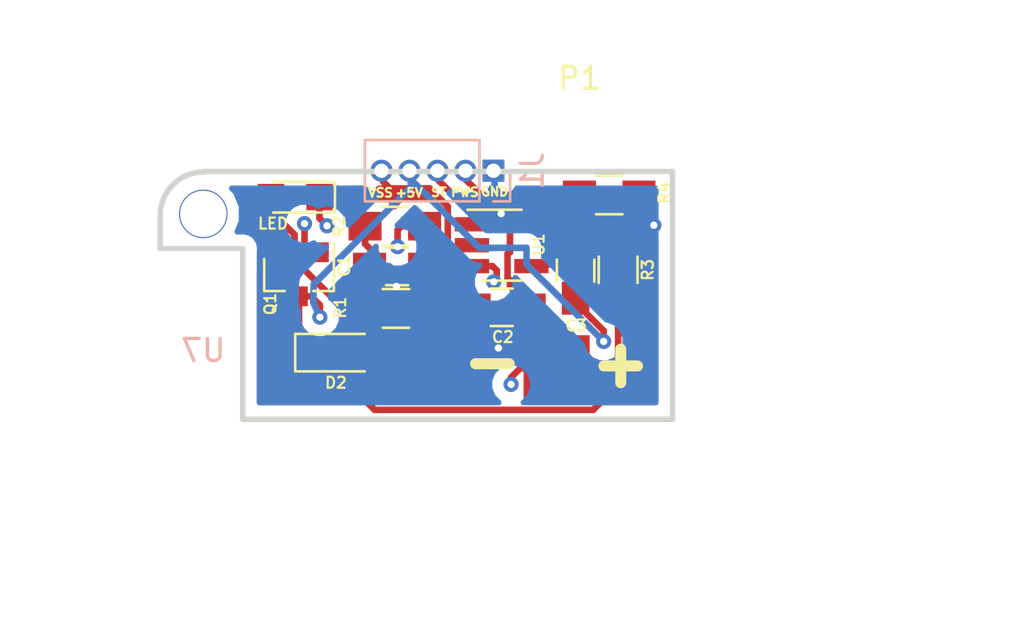
<source format=kicad_pcb>
(kicad_pcb (version 20171130) (host pcbnew "(5.0.1)-4")

  (general
    (thickness 1.6002)
    (drawings 12)
    (tracks 134)
    (zones 0)
    (modules 14)
    (nets 9)
  )

  (page A4)
  (layers
    (0 F.Cu signal)
    (1 In1.Cu signal)
    (2 In2.Cu signal)
    (31 B.Cu signal)
    (32 B.Adhes user)
    (33 F.Adhes user)
    (34 B.Paste user)
    (35 F.Paste user)
    (36 B.SilkS user)
    (37 F.SilkS user)
    (38 B.Mask user)
    (39 F.Mask user)
    (40 Dwgs.User user)
    (41 Cmts.User user)
    (42 Eco1.User user)
    (43 Eco2.User user)
    (44 Edge.Cuts user)
    (45 Margin user)
    (46 B.CrtYd user)
    (47 F.CrtYd user)
    (48 B.Fab user)
    (49 F.Fab user)
  )

  (setup
    (last_trace_width 0.3)
    (user_trace_width 0.1524)
    (user_trace_width 0.2)
    (user_trace_width 0.3)
    (user_trace_width 0.4)
    (trace_clearance 0.1524)
    (zone_clearance 0.508)
    (zone_45_only no)
    (trace_min 0.1524)
    (segment_width 0.2)
    (edge_width 0.254)
    (via_size 0.6858)
    (via_drill 0.3302)
    (via_min_size 0.6858)
    (via_min_drill 0.3302)
    (uvia_size 0.762)
    (uvia_drill 0.508)
    (uvias_allowed no)
    (uvia_min_size 0.508)
    (uvia_min_drill 0.127)
    (pcb_text_width 0.3)
    (pcb_text_size 1.5 1.5)
    (mod_edge_width 0.15)
    (mod_text_size 1 1)
    (mod_text_width 0.15)
    (pad_size 2.2 2.2)
    (pad_drill 2.1)
    (pad_to_mask_clearance 0)
    (solder_mask_min_width 0.25)
    (aux_axis_origin 0 0)
    (visible_elements 7FFFFFBF)
    (pcbplotparams
      (layerselection 0x010f0_ffffffff)
      (usegerberextensions true)
      (usegerberattributes false)
      (usegerberadvancedattributes false)
      (creategerberjobfile false)
      (excludeedgelayer true)
      (linewidth 0.100000)
      (plotframeref false)
      (viasonmask false)
      (mode 1)
      (useauxorigin false)
      (hpglpennumber 1)
      (hpglpenspeed 20)
      (hpglpendiameter 15.000000)
      (psnegative false)
      (psa4output false)
      (plotreference true)
      (plotvalue true)
      (plotinvisibletext false)
      (padsonsilk false)
      (subtractmaskfromsilk false)
      (outputformat 1)
      (mirror false)
      (drillshape 0)
      (scaleselection 1)
      (outputdirectory "plot/"))
  )

  (net 0 "")
  (net 1 "(GND)")
  (net 2 "Net-(C2-Pad1)")
  (net 3 "Net-(D1-Pad2)")
  (net 4 "Net-(R2-Pad1)")
  (net 5 VSS)
  (net 6 +5V)
  (net 7 STAT)
  (net 8 PWR_SENSE)

  (net_class Default "This is the default net class."
    (clearance 0.1524)
    (trace_width 0.1524)
    (via_dia 0.6858)
    (via_drill 0.3302)
    (uvia_dia 0.762)
    (uvia_drill 0.508)
    (add_net "(GND)")
    (add_net +5V)
    (add_net "Net-(C2-Pad1)")
    (add_net "Net-(D1-Pad2)")
    (add_net "Net-(R2-Pad1)")
    (add_net PWR_SENSE)
    (add_net STAT)
    (add_net VSS)
  )

  (module TO_SOT_Packages_SMD:SOT-23 (layer F.Cu) (tedit 5C27CED2) (tstamp 5C27C57B)
    (at 154.178 114.4524 270)
    (descr "SOT-23, Standard")
    (tags SOT-23)
    (path /5C2824E1)
    (attr smd)
    (fp_text reference Q1 (at 1.3476 1.303 270) (layer F.SilkS)
      (effects (font (size 0.5 0.5) (thickness 0.1)))
    )
    (fp_text value DMP1045U (at 13.8726 -0.097) (layer F.Fab)
      (effects (font (size 1 1) (thickness 0.15)))
    )
    (fp_line (start -0.7 -0.95) (end -0.7 1.5) (layer F.Fab) (width 0.1))
    (fp_line (start -0.15 -1.52) (end 0.7 -1.52) (layer F.Fab) (width 0.1))
    (fp_line (start -0.7 -0.95) (end -0.15 -1.52) (layer F.Fab) (width 0.1))
    (fp_line (start 0.7 -1.52) (end 0.7 1.52) (layer F.Fab) (width 0.1))
    (fp_line (start -0.7 1.52) (end 0.7 1.52) (layer F.Fab) (width 0.1))
    (fp_line (start 0.76 1.58) (end 0.76 0.65) (layer F.SilkS) (width 0.12))
    (fp_line (start 0.76 -1.58) (end 0.76 -0.65) (layer F.SilkS) (width 0.12))
    (fp_line (start -1.7 -1.75) (end 1.7 -1.75) (layer F.CrtYd) (width 0.05))
    (fp_line (start 1.7 -1.75) (end 1.7 1.75) (layer F.CrtYd) (width 0.05))
    (fp_line (start 1.7 1.75) (end -1.7 1.75) (layer F.CrtYd) (width 0.05))
    (fp_line (start -1.7 1.75) (end -1.7 -1.75) (layer F.CrtYd) (width 0.05))
    (fp_line (start 0.76 -1.58) (end -1.4 -1.58) (layer F.SilkS) (width 0.12))
    (fp_line (start 0.76 1.58) (end -0.7 1.58) (layer F.SilkS) (width 0.12))
    (pad 1 smd rect (at -1 -0.95 270) (size 0.9 0.8) (layers F.Cu F.Paste F.Mask)
      (net 2 "Net-(C2-Pad1)"))
    (pad 2 smd rect (at -1 0.95 270) (size 0.9 0.8) (layers F.Cu F.Paste F.Mask)
      (net 5 VSS))
    (pad 3 smd rect (at 1 0 270) (size 0.9 0.8) (layers F.Cu F.Paste F.Mask)
      (net 6 +5V))
    (model TO_SOT_Packages_SMD.3dshapes/SOT-23.wrl
      (at (xyz 0 0 0))
      (scale (xyz 1 1 1))
      (rotate (xyz 0 0 90))
    )
  )

  (module "my-fp-library:Battery Pads 3x3" (layer F.Cu) (tedit 5C27CFF5) (tstamp 5C26B270)
    (at 162.8648 118.7196 180)
    (path /5C2824CB)
    (fp_text reference P1 (at -4.0352 13.1696 180) (layer F.SilkS)
      (effects (font (size 1 1) (thickness 0.15)))
    )
    (fp_text value BATT (at 0 -7 180) (layer F.Fab)
      (effects (font (size 1 1) (thickness 0.15)))
    )
    (fp_text user - (at -0.0852 0.3446 180) (layer F.SilkS)
      (effects (font (size 2 2) (thickness 0.5)))
    )
    (fp_text user + (at -5.9102 0.2446 180) (layer F.SilkS)
      (effects (font (size 2 2) (thickness 0.5)))
    )
    (pad 2 smd rect (at 3 0 180) (size 3 3) (layers F.Cu F.Paste F.Mask)
      (net 1 "(GND)"))
    (pad 1 smd rect (at -3 0 180) (size 3 3) (layers F.Cu F.Paste F.Mask)
      (net 2 "Net-(C2-Pad1)"))
  )

  (module Capacitors_SMD:C_0805_HandSoldering (layer F.Cu) (tedit 5C27CCAA) (tstamp 5C279399)
    (at 158.6284 114.0968 180)
    (descr "Capacitor SMD 0805, hand soldering")
    (tags "capacitor 0805")
    (path /5C282486)
    (attr smd)
    (fp_text reference C1 (at 2.4034 0.0218 270) (layer F.SilkS)
      (effects (font (size 0.5 0.5) (thickness 0.1)))
    )
    (fp_text value 4.7uF (at 0.2784 8.2718 180) (layer F.Fab)
      (effects (font (size 1 1) (thickness 0.15)))
    )
    (fp_text user %R (at -13.6466 0.5218 180) (layer F.Fab)
      (effects (font (size 1 1) (thickness 0.15)))
    )
    (fp_line (start -1 0.62) (end -1 -0.62) (layer F.Fab) (width 0.1))
    (fp_line (start 1 0.62) (end -1 0.62) (layer F.Fab) (width 0.1))
    (fp_line (start 1 -0.62) (end 1 0.62) (layer F.Fab) (width 0.1))
    (fp_line (start -1 -0.62) (end 1 -0.62) (layer F.Fab) (width 0.1))
    (fp_line (start 0.5 -0.85) (end -0.5 -0.85) (layer F.SilkS) (width 0.12))
    (fp_line (start -0.5 0.85) (end 0.5 0.85) (layer F.SilkS) (width 0.12))
    (fp_line (start -2.25 -0.88) (end 2.25 -0.88) (layer F.CrtYd) (width 0.05))
    (fp_line (start -2.25 -0.88) (end -2.25 0.87) (layer F.CrtYd) (width 0.05))
    (fp_line (start 2.25 0.87) (end 2.25 -0.88) (layer F.CrtYd) (width 0.05))
    (fp_line (start 2.25 0.87) (end -2.25 0.87) (layer F.CrtYd) (width 0.05))
    (pad 1 smd rect (at -1.25 0 180) (size 1.5 1.25) (layers F.Cu F.Paste F.Mask)
      (net 5 VSS))
    (pad 2 smd rect (at 1.25 0 180) (size 1.5 1.25) (layers F.Cu F.Paste F.Mask)
      (net 1 "(GND)"))
    (model Capacitors_SMD.3dshapes/C_0805.wrl
      (at (xyz 0 0 0))
      (scale (xyz 1 1 1))
      (rotate (xyz 0 0 0))
    )
  )

  (module Capacitors_SMD:C_0805_HandSoldering (layer F.Cu) (tedit 5C27CF08) (tstamp 5C26B22B)
    (at 163.3728 115.95 180)
    (descr "Capacitor SMD 0805, hand soldering")
    (tags "capacitor 0805")
    (path /5C2824C2)
    (attr smd)
    (fp_text reference C2 (at -0.0522 -1.351 180) (layer F.SilkS)
      (effects (font (size 0.5 0.5) (thickness 0.1)))
    )
    (fp_text value 4.7uF (at -12.3772 4.974 180) (layer F.Fab)
      (effects (font (size 1 1) (thickness 0.15)))
    )
    (fp_line (start 2.25 0.87) (end -2.25 0.87) (layer F.CrtYd) (width 0.05))
    (fp_line (start 2.25 0.87) (end 2.25 -0.88) (layer F.CrtYd) (width 0.05))
    (fp_line (start -2.25 -0.88) (end -2.25 0.87) (layer F.CrtYd) (width 0.05))
    (fp_line (start -2.25 -0.88) (end 2.25 -0.88) (layer F.CrtYd) (width 0.05))
    (fp_line (start -0.5 0.85) (end 0.5 0.85) (layer F.SilkS) (width 0.12))
    (fp_line (start 0.5 -0.85) (end -0.5 -0.85) (layer F.SilkS) (width 0.12))
    (fp_line (start -1 -0.62) (end 1 -0.62) (layer F.Fab) (width 0.1))
    (fp_line (start 1 -0.62) (end 1 0.62) (layer F.Fab) (width 0.1))
    (fp_line (start 1 0.62) (end -1 0.62) (layer F.Fab) (width 0.1))
    (fp_line (start -1 0.62) (end -1 -0.62) (layer F.Fab) (width 0.1))
    (fp_text user %R (at -8.8522 -1.026 180) (layer F.Fab)
      (effects (font (size 1 1) (thickness 0.15)))
    )
    (pad 2 smd rect (at 1.25 0 180) (size 1.5 1.25) (layers F.Cu F.Paste F.Mask)
      (net 1 "(GND)"))
    (pad 1 smd rect (at -1.25 0 180) (size 1.5 1.25) (layers F.Cu F.Paste F.Mask)
      (net 2 "Net-(C2-Pad1)"))
    (model Capacitors_SMD.3dshapes/C_0805.wrl
      (at (xyz 0 0 0))
      (scale (xyz 1 1 1))
      (rotate (xyz 0 0 0))
    )
  )

  (module Capacitors_SMD:C_0805_HandSoldering (layer F.Cu) (tedit 5C27CC54) (tstamp 5C26B23C)
    (at 166.7256 114.2856 90)
    (descr "Capacitor SMD 0805, hand soldering")
    (tags "capacitor 0805")
    (path /5C2824EC)
    (attr smd)
    (fp_text reference C3 (at -2.4894 0.0244 180) (layer F.SilkS)
      (effects (font (size 0.5 0.5) (thickness 0.1)))
    )
    (fp_text value 1uF (at 1.0606 6.6994 90) (layer F.Fab)
      (effects (font (size 1 1) (thickness 0.15)))
    )
    (fp_text user %R (at 3.5856 6.0494 90) (layer F.Fab)
      (effects (font (size 1 1) (thickness 0.15)))
    )
    (fp_line (start -1 0.62) (end -1 -0.62) (layer F.Fab) (width 0.1))
    (fp_line (start 1 0.62) (end -1 0.62) (layer F.Fab) (width 0.1))
    (fp_line (start 1 -0.62) (end 1 0.62) (layer F.Fab) (width 0.1))
    (fp_line (start -1 -0.62) (end 1 -0.62) (layer F.Fab) (width 0.1))
    (fp_line (start 0.5 -0.85) (end -0.5 -0.85) (layer F.SilkS) (width 0.12))
    (fp_line (start -0.5 0.85) (end 0.5 0.85) (layer F.SilkS) (width 0.12))
    (fp_line (start -2.25 -0.88) (end 2.25 -0.88) (layer F.CrtYd) (width 0.05))
    (fp_line (start -2.25 -0.88) (end -2.25 0.87) (layer F.CrtYd) (width 0.05))
    (fp_line (start 2.25 0.87) (end 2.25 -0.88) (layer F.CrtYd) (width 0.05))
    (fp_line (start 2.25 0.87) (end -2.25 0.87) (layer F.CrtYd) (width 0.05))
    (pad 1 smd rect (at -1.25 0 90) (size 1.5 1.25) (layers F.Cu F.Paste F.Mask)
      (net 6 +5V))
    (pad 2 smd rect (at 1.25 0 90) (size 1.5 1.25) (layers F.Cu F.Paste F.Mask)
      (net 1 "(GND)"))
    (model Capacitors_SMD.3dshapes/C_0805.wrl
      (at (xyz 0 0 0))
      (scale (xyz 1 1 1))
      (rotate (xyz 0 0 0))
    )
  )

  (module LEDs:LED_0805 (layer F.Cu) (tedit 5C27CD1C) (tstamp 5C26B251)
    (at 154.008 110.9472 180)
    (descr "LED 0805 smd package")
    (tags "LED led 0805 SMD smd SMT smt smdled SMDLED smtled SMTLED")
    (path /5C28249D)
    (attr smd)
    (fp_text reference LED (at 1.008 -1.2028 180) (layer F.SilkS)
      (effects (font (size 0.5 0.5) (thickness 0.1)))
    )
    (fp_text value LED (at -7.717 6.7222) (layer F.Fab)
      (effects (font (size 1 1) (thickness 0.15)))
    )
    (fp_line (start -1.8 -0.7) (end -1.8 0.7) (layer F.SilkS) (width 0.12))
    (fp_line (start -0.4 -0.4) (end -0.4 0.4) (layer F.Fab) (width 0.1))
    (fp_line (start -0.4 0) (end 0.2 -0.4) (layer F.Fab) (width 0.1))
    (fp_line (start 0.2 0.4) (end -0.4 0) (layer F.Fab) (width 0.1))
    (fp_line (start 0.2 -0.4) (end 0.2 0.4) (layer F.Fab) (width 0.1))
    (fp_line (start 1 0.6) (end -1 0.6) (layer F.Fab) (width 0.1))
    (fp_line (start 1 -0.6) (end 1 0.6) (layer F.Fab) (width 0.1))
    (fp_line (start -1 -0.6) (end 1 -0.6) (layer F.Fab) (width 0.1))
    (fp_line (start -1 0.6) (end -1 -0.6) (layer F.Fab) (width 0.1))
    (fp_line (start -1.8 0.7) (end 1 0.7) (layer F.SilkS) (width 0.12))
    (fp_line (start -1.8 -0.7) (end 1 -0.7) (layer F.SilkS) (width 0.12))
    (fp_line (start 1.95 -0.85) (end 1.95 0.85) (layer F.CrtYd) (width 0.05))
    (fp_line (start 1.95 0.85) (end -1.95 0.85) (layer F.CrtYd) (width 0.05))
    (fp_line (start -1.95 0.85) (end -1.95 -0.85) (layer F.CrtYd) (width 0.05))
    (fp_line (start -1.95 -0.85) (end 1.95 -0.85) (layer F.CrtYd) (width 0.05))
    (pad 2 smd rect (at 1.1 0) (size 1.2 1.2) (layers F.Cu F.Paste F.Mask)
      (net 3 "Net-(D1-Pad2)"))
    (pad 1 smd rect (at -1.1 0) (size 1.2 1.2) (layers F.Cu F.Paste F.Mask)
      (net 7 STAT))
    (model LEDs.3dshapes/LED_0805.wrl
      (at (xyz 0 0 0))
      (scale (xyz 1 1 1))
      (rotate (xyz 0 0 180))
    )
  )

  (module Diodes_SMD:D_SOD-323_HandSoldering (layer F.Cu) (tedit 5C27CEE9) (tstamp 5C26B268)
    (at 155.9052 118.0084)
    (descr SOD-323)
    (tags SOD-323)
    (path /5C2824FC)
    (attr smd)
    (fp_text reference D2 (at -0.0552 1.3666) (layer F.SilkS)
      (effects (font (size 0.5 0.5) (thickness 0.1)))
    )
    (fp_text value ZLLS410 (at -2.4302 11.7416) (layer F.Fab)
      (effects (font (size 1 1) (thickness 0.15)))
    )
    (fp_line (start -1.9 -0.85) (end -1.9 0.85) (layer F.SilkS) (width 0.12))
    (fp_line (start 0.2 0) (end 0.45 0) (layer F.Fab) (width 0.1))
    (fp_line (start 0.2 0.35) (end -0.3 0) (layer F.Fab) (width 0.1))
    (fp_line (start 0.2 -0.35) (end 0.2 0.35) (layer F.Fab) (width 0.1))
    (fp_line (start -0.3 0) (end 0.2 -0.35) (layer F.Fab) (width 0.1))
    (fp_line (start -0.3 0) (end -0.5 0) (layer F.Fab) (width 0.1))
    (fp_line (start -0.3 -0.35) (end -0.3 0.35) (layer F.Fab) (width 0.1))
    (fp_line (start -0.9 0.7) (end -0.9 -0.7) (layer F.Fab) (width 0.1))
    (fp_line (start 0.9 0.7) (end -0.9 0.7) (layer F.Fab) (width 0.1))
    (fp_line (start 0.9 -0.7) (end 0.9 0.7) (layer F.Fab) (width 0.1))
    (fp_line (start -0.9 -0.7) (end 0.9 -0.7) (layer F.Fab) (width 0.1))
    (fp_line (start -2 -0.95) (end 2 -0.95) (layer F.CrtYd) (width 0.05))
    (fp_line (start 2 -0.95) (end 2 0.95) (layer F.CrtYd) (width 0.05))
    (fp_line (start -2 0.95) (end 2 0.95) (layer F.CrtYd) (width 0.05))
    (fp_line (start -2 -0.95) (end -2 0.95) (layer F.CrtYd) (width 0.05))
    (fp_line (start -1.9 0.85) (end 1.25 0.85) (layer F.SilkS) (width 0.12))
    (fp_line (start -1.9 -0.85) (end 1.25 -0.85) (layer F.SilkS) (width 0.12))
    (pad 1 smd rect (at -1.25 0) (size 1 1) (layers F.Cu F.Paste F.Mask)
      (net 6 +5V))
    (pad 2 smd rect (at 1.25 0) (size 1 1) (layers F.Cu F.Paste F.Mask)
      (net 5 VSS))
    (model Diodes_SMD.3dshapes/D_SOD-323.wrl
      (at (xyz 0 0 0))
      (scale (xyz 1 1 1))
      (rotate (xyz 0 0 180))
    )
  )

  (module Resistors_SMD:R_0805_HandSoldering (layer F.Cu) (tedit 5C27CCCE) (tstamp 5C26B295)
    (at 158.576 116 180)
    (descr "Resistor SMD 0805, hand soldering")
    (tags "resistor 0805")
    (path /5C282496)
    (attr smd)
    (fp_text reference R1 (at 2.526 0.028 270) (layer F.SilkS)
      (effects (font (size 0.5 0.5) (thickness 0.1)))
    )
    (fp_text value 220 (at -5.118201 9.783599 180) (layer F.Fab)
      (effects (font (size 1 1) (thickness 0.15)))
    )
    (fp_text user %R (at -2.924 -6.922 180) (layer F.Fab)
      (effects (font (size 1 1) (thickness 0.15)))
    )
    (fp_line (start -1 0.62) (end -1 -0.62) (layer F.Fab) (width 0.1))
    (fp_line (start 1 0.62) (end -1 0.62) (layer F.Fab) (width 0.1))
    (fp_line (start 1 -0.62) (end 1 0.62) (layer F.Fab) (width 0.1))
    (fp_line (start -1 -0.62) (end 1 -0.62) (layer F.Fab) (width 0.1))
    (fp_line (start 0.6 0.88) (end -0.6 0.88) (layer F.SilkS) (width 0.12))
    (fp_line (start -0.6 -0.88) (end 0.6 -0.88) (layer F.SilkS) (width 0.12))
    (fp_line (start -2.35 -0.9) (end 2.35 -0.9) (layer F.CrtYd) (width 0.05))
    (fp_line (start -2.35 -0.9) (end -2.35 0.9) (layer F.CrtYd) (width 0.05))
    (fp_line (start 2.35 0.9) (end 2.35 -0.9) (layer F.CrtYd) (width 0.05))
    (fp_line (start 2.35 0.9) (end -2.35 0.9) (layer F.CrtYd) (width 0.05))
    (pad 1 smd rect (at -1.35 0 180) (size 1.5 1.3) (layers F.Cu F.Paste F.Mask)
      (net 5 VSS))
    (pad 2 smd rect (at 1.35 0 180) (size 1.5 1.3) (layers F.Cu F.Paste F.Mask)
      (net 3 "Net-(D1-Pad2)"))
    (model Resistors_SMD.3dshapes/R_0805.wrl
      (at (xyz 0 0 0))
      (scale (xyz 1 1 1))
      (rotate (xyz 0 0 0))
    )
  )

  (module Resistors_SMD:R_0805_HandSoldering (layer F.Cu) (tedit 5C27CCE9) (tstamp 5C26B2A6)
    (at 158.5252 112.268 180)
    (descr "Resistor SMD 0805, hand soldering")
    (tags "resistor 0805")
    (path /5C2824B3)
    (attr smd)
    (fp_text reference R2 (at 2.5252 -0.007 270) (layer F.SilkS)
      (effects (font (size 0.5 0.5) (thickness 0.1)))
    )
    (fp_text value 5K6 (at 4.2964 6.8072 180) (layer F.Fab)
      (effects (font (size 1 1) (thickness 0.15)))
    )
    (fp_line (start 2.35 0.9) (end -2.35 0.9) (layer F.CrtYd) (width 0.05))
    (fp_line (start 2.35 0.9) (end 2.35 -0.9) (layer F.CrtYd) (width 0.05))
    (fp_line (start -2.35 -0.9) (end -2.35 0.9) (layer F.CrtYd) (width 0.05))
    (fp_line (start -2.35 -0.9) (end 2.35 -0.9) (layer F.CrtYd) (width 0.05))
    (fp_line (start -0.6 -0.88) (end 0.6 -0.88) (layer F.SilkS) (width 0.12))
    (fp_line (start 0.6 0.88) (end -0.6 0.88) (layer F.SilkS) (width 0.12))
    (fp_line (start -1 -0.62) (end 1 -0.62) (layer F.Fab) (width 0.1))
    (fp_line (start 1 -0.62) (end 1 0.62) (layer F.Fab) (width 0.1))
    (fp_line (start 1 0.62) (end -1 0.62) (layer F.Fab) (width 0.1))
    (fp_line (start -1 0.62) (end -1 -0.62) (layer F.Fab) (width 0.1))
    (fp_text user %R (at -13.7248 -6.157 180) (layer F.Fab)
      (effects (font (size 1 1) (thickness 0.15)))
    )
    (pad 2 smd rect (at 1.35 0 180) (size 1.5 1.3) (layers F.Cu F.Paste F.Mask)
      (net 1 "(GND)"))
    (pad 1 smd rect (at -1.35 0 180) (size 1.5 1.3) (layers F.Cu F.Paste F.Mask)
      (net 4 "Net-(R2-Pad1)"))
    (model Resistors_SMD.3dshapes/R_0805.wrl
      (at (xyz 0 0 0))
      (scale (xyz 1 1 1))
      (rotate (xyz 0 0 0))
    )
  )

  (module Resistors_SMD:R_0805_HandSoldering (layer F.Cu) (tedit 5C27CE5F) (tstamp 5C26B2B7)
    (at 168.656 114.2492 270)
    (descr "Resistor SMD 0805, hand soldering")
    (tags "resistor 0805")
    (path /5C282508)
    (attr smd)
    (fp_text reference R3 (at 0.0008 -1.344 270) (layer F.SilkS)
      (effects (font (size 0.5 0.5) (thickness 0.1)))
    )
    (fp_text value 47K (at -0.3992 -9.144 270) (layer F.Fab)
      (effects (font (size 1 1) (thickness 0.15)))
    )
    (fp_text user %R (at -2.5242 -10.194 270) (layer F.Fab)
      (effects (font (size 1 1) (thickness 0.15)))
    )
    (fp_line (start -1 0.62) (end -1 -0.62) (layer F.Fab) (width 0.1))
    (fp_line (start 1 0.62) (end -1 0.62) (layer F.Fab) (width 0.1))
    (fp_line (start 1 -0.62) (end 1 0.62) (layer F.Fab) (width 0.1))
    (fp_line (start -1 -0.62) (end 1 -0.62) (layer F.Fab) (width 0.1))
    (fp_line (start 0.6 0.88) (end -0.6 0.88) (layer F.SilkS) (width 0.12))
    (fp_line (start -0.6 -0.88) (end 0.6 -0.88) (layer F.SilkS) (width 0.12))
    (fp_line (start -2.35 -0.9) (end 2.35 -0.9) (layer F.CrtYd) (width 0.05))
    (fp_line (start -2.35 -0.9) (end -2.35 0.9) (layer F.CrtYd) (width 0.05))
    (fp_line (start 2.35 0.9) (end 2.35 -0.9) (layer F.CrtYd) (width 0.05))
    (fp_line (start 2.35 0.9) (end -2.35 0.9) (layer F.CrtYd) (width 0.05))
    (pad 1 smd rect (at -1.35 0 270) (size 1.5 1.3) (layers F.Cu F.Paste F.Mask)
      (net 8 PWR_SENSE))
    (pad 2 smd rect (at 1.35 0 270) (size 1.5 1.3) (layers F.Cu F.Paste F.Mask)
      (net 5 VSS))
    (model Resistors_SMD.3dshapes/R_0805.wrl
      (at (xyz 0 0 0))
      (scale (xyz 1 1 1))
      (rotate (xyz 0 0 0))
    )
  )

  (module Resistors_SMD:R_0805_HandSoldering (layer F.Cu) (tedit 5C27CE4D) (tstamp 5C26B2C8)
    (at 168.25 110.8456 180)
    (descr "Resistor SMD 0805, hand soldering")
    (tags "resistor 0805")
    (path /5C282515)
    (attr smd)
    (fp_text reference R4 (at -2.5036 0.0956 270) (layer F.SilkS)
      (effects (font (size 0.5 0.5) (thickness 0.1)))
    )
    (fp_text value 47K (at 0 1.75 180) (layer F.Fab)
      (effects (font (size 1 1) (thickness 0.15)))
    )
    (fp_line (start 2.35 0.9) (end -2.35 0.9) (layer F.CrtYd) (width 0.05))
    (fp_line (start 2.35 0.9) (end 2.35 -0.9) (layer F.CrtYd) (width 0.05))
    (fp_line (start -2.35 -0.9) (end -2.35 0.9) (layer F.CrtYd) (width 0.05))
    (fp_line (start -2.35 -0.9) (end 2.35 -0.9) (layer F.CrtYd) (width 0.05))
    (fp_line (start -0.6 -0.88) (end 0.6 -0.88) (layer F.SilkS) (width 0.12))
    (fp_line (start 0.6 0.88) (end -0.6 0.88) (layer F.SilkS) (width 0.12))
    (fp_line (start -1 -0.62) (end 1 -0.62) (layer F.Fab) (width 0.1))
    (fp_line (start 1 -0.62) (end 1 0.62) (layer F.Fab) (width 0.1))
    (fp_line (start 1 0.62) (end -1 0.62) (layer F.Fab) (width 0.1))
    (fp_line (start -1 0.62) (end -1 -0.62) (layer F.Fab) (width 0.1))
    (fp_text user %R (at -6.4 -6.0044 180) (layer F.Fab)
      (effects (font (size 1 1) (thickness 0.15)))
    )
    (pad 2 smd rect (at 1.35 0 180) (size 1.5 1.3) (layers F.Cu F.Paste F.Mask)
      (net 8 PWR_SENSE))
    (pad 1 smd rect (at -1.35 0 180) (size 1.5 1.3) (layers F.Cu F.Paste F.Mask)
      (net 1 "(GND)"))
    (model Resistors_SMD.3dshapes/R_0805.wrl
      (at (xyz 0 0 0))
      (scale (xyz 1 1 1))
      (rotate (xyz 0 0 0))
    )
  )

  (module TO_SOT_Packages_SMD:SOT-23-5_HandSoldering (layer F.Cu) (tedit 5C27CEA5) (tstamp 5C26DDF4)
    (at 163.3728 113.1316)
    (descr "5-pin SOT23 package")
    (tags "SOT-23-5 hand-soldering")
    (path /5C28253C)
    (attr smd)
    (fp_text reference U1 (at 1.6772 -0.0316 90) (layer F.SilkS)
      (effects (font (size 0.5 0.5) (thickness 0.1)))
    )
    (fp_text value MCP73831T-2ACI_OT (at 15.7022 2.2934) (layer F.Fab)
      (effects (font (size 1 1) (thickness 0.15)))
    )
    (fp_line (start 2.38 1.8) (end -2.38 1.8) (layer F.CrtYd) (width 0.05))
    (fp_line (start 2.38 1.8) (end 2.38 -1.8) (layer F.CrtYd) (width 0.05))
    (fp_line (start -2.38 -1.8) (end -2.38 1.8) (layer F.CrtYd) (width 0.05))
    (fp_line (start -2.38 -1.8) (end 2.38 -1.8) (layer F.CrtYd) (width 0.05))
    (fp_line (start 0.9 -1.55) (end 0.9 1.55) (layer F.Fab) (width 0.1))
    (fp_line (start 0.9 1.55) (end -0.9 1.55) (layer F.Fab) (width 0.1))
    (fp_line (start -0.9 -0.9) (end -0.9 1.55) (layer F.Fab) (width 0.1))
    (fp_line (start 0.9 -1.55) (end -0.25 -1.55) (layer F.Fab) (width 0.1))
    (fp_line (start -0.9 -0.9) (end -0.25 -1.55) (layer F.Fab) (width 0.1))
    (fp_line (start 0.9 -1.61) (end -1.55 -1.61) (layer F.SilkS) (width 0.12))
    (fp_line (start -0.9 1.61) (end 0.9 1.61) (layer F.SilkS) (width 0.12))
    (pad 5 smd rect (at 1.35 -0.95) (size 1.56 0.65) (layers F.Cu F.Paste F.Mask)
      (net 2 "Net-(C2-Pad1)"))
    (pad 4 smd rect (at 1.35 0.95) (size 1.56 0.65) (layers F.Cu F.Paste F.Mask)
      (net 1 "(GND)"))
    (pad 3 smd rect (at -1.35 0.95) (size 1.56 0.65) (layers F.Cu F.Paste F.Mask)
      (net 4 "Net-(R2-Pad1)"))
    (pad 2 smd rect (at -1.35 0) (size 1.56 0.65) (layers F.Cu F.Paste F.Mask)
      (net 5 VSS))
    (pad 1 smd rect (at -1.35 -0.95) (size 1.56 0.65) (layers F.Cu F.Paste F.Mask)
      (net 7 STAT))
    (model TO_SOT_Packages_SMD.3dshapes\SOT-23-5.wrl
      (at (xyz 0 0 0))
      (scale (xyz 1 1 1))
      (rotate (xyz 0 0 0))
    )
  )

  (module Pin_Headers:Pin_Header_Straight_1x05_Pitch1.27mm (layer B.Cu) (tedit 5862ED59) (tstamp 5C27A755)
    (at 163 109.75 90)
    (descr "Through hole straight pin header, 1x05, 1.27mm pitch, single row")
    (tags "Through hole pin header THT 1x05 1.27mm single row")
    (path /5C26D2A2)
    (fp_text reference J1 (at 0 1.755 90) (layer B.SilkS)
      (effects (font (size 1 1) (thickness 0.15)) (justify mirror))
    )
    (fp_text value CONN_01X05 (at 2.794 -21.5392 90) (layer B.Fab)
      (effects (font (size 1 1) (thickness 0.15)) (justify mirror))
    )
    (fp_line (start -1.27 0.635) (end -1.27 -5.715) (layer B.Fab) (width 0.1))
    (fp_line (start -1.27 -5.715) (end 1.27 -5.715) (layer B.Fab) (width 0.1))
    (fp_line (start 1.27 -5.715) (end 1.27 0.635) (layer B.Fab) (width 0.1))
    (fp_line (start 1.27 0.635) (end -1.27 0.635) (layer B.Fab) (width 0.1))
    (fp_line (start -1.39 -0.635) (end -1.39 -5.835) (layer B.SilkS) (width 0.12))
    (fp_line (start -1.39 -5.835) (end 1.39 -5.835) (layer B.SilkS) (width 0.12))
    (fp_line (start 1.39 -5.835) (end 1.39 -0.635) (layer B.SilkS) (width 0.12))
    (fp_line (start 1.39 -0.635) (end -1.39 -0.635) (layer B.SilkS) (width 0.12))
    (fp_line (start -1.39 0) (end -1.39 0.755) (layer B.SilkS) (width 0.12))
    (fp_line (start -1.39 0.755) (end 0 0.755) (layer B.SilkS) (width 0.12))
    (fp_line (start -1.6 0.9) (end -1.6 -6) (layer B.CrtYd) (width 0.05))
    (fp_line (start -1.6 -6) (end 1.6 -6) (layer B.CrtYd) (width 0.05))
    (fp_line (start 1.6 -6) (end 1.6 0.9) (layer B.CrtYd) (width 0.05))
    (fp_line (start 1.6 0.9) (end -1.6 0.9) (layer B.CrtYd) (width 0.05))
    (pad 1 thru_hole rect (at 0 0 90) (size 1 1) (drill 0.65) (layers *.Cu *.Mask)
      (net 1 "(GND)"))
    (pad 2 thru_hole oval (at 0 -1.27 90) (size 1 1) (drill 0.65) (layers *.Cu *.Mask)
      (net 8 PWR_SENSE))
    (pad 3 thru_hole oval (at 0 -2.54 90) (size 1 1) (drill 0.65) (layers *.Cu *.Mask)
      (net 7 STAT))
    (pad 4 thru_hole oval (at 0 -3.81 90) (size 1 1) (drill 0.65) (layers *.Cu *.Mask)
      (net 6 +5V))
    (pad 5 thru_hole oval (at 0 -5.08 90) (size 1 1) (drill 0.65) (layers *.Cu *.Mask)
      (net 5 VSS))
    (model Pin_Headers.3dshapes/Pin_Header_Straight_1x05_Pitch1.27mm.wrl
      (at (xyz 0 0 0))
      (scale (xyz 1 1 1))
      (rotate (xyz 0 0 0))
    )
  )

  (module my-fp-library:MH2.1mm (layer B.Cu) (tedit 59C83D4B) (tstamp 5C2EA554)
    (at 149.8346 111.7092 180)
    (path /59C46D36)
    (fp_text reference U7 (at 0 -6.2 180) (layer B.SilkS)
      (effects (font (size 1 1) (thickness 0.15)) (justify mirror))
    )
    (fp_text value MH2mm (at -0.1 5 180) (layer B.Fab)
      (effects (font (size 1 1) (thickness 0.15)) (justify mirror))
    )
    (pad 1 thru_hole circle (at 0 0 180) (size 2.2 2.2) (drill 2.1) (layers *.Cu *.Mask))
  )

  (gr_text GND (at 163.05 110.7) (layer F.SilkS) (tstamp 5C27CB69)
    (effects (font (size 0.4 0.4) (thickness 0.1)))
  )
  (gr_text PWS (at 161.7 110.725) (layer F.SilkS) (tstamp 5C27CB5C)
    (effects (font (size 0.4 0.4) (thickness 0.1)))
  )
  (gr_text ST (at 160.525 110.725) (layer F.SilkS) (tstamp 5C27CB57)
    (effects (font (size 0.4 0.4) (thickness 0.1)))
  )
  (gr_text +5V (at 159.175 110.75) (layer F.SilkS) (tstamp 5C27CB52)
    (effects (font (size 0.4 0.4) (thickness 0.1)))
  )
  (gr_text VSS (at 157.875 110.75) (layer F.SilkS)
    (effects (font (size 0.4 0.4) (thickness 0.1)))
  )
  (gr_line (start 147.8772 111.7856) (end 147.8772 113.2856) (layer Edge.Cuts) (width 0.254))
  (gr_line (start 151.6272 113.2856) (end 147.8772 113.2856) (layer Edge.Cuts) (width 0.254))
  (gr_line (start 151.6272 121.0356) (end 151.6272 113.2856) (layer Edge.Cuts) (width 0.254))
  (gr_line (start 171.1272 121.0356) (end 151.6272 121.0356) (layer Edge.Cuts) (width 0.254))
  (gr_line (start 171.1272 109.7856) (end 171.1272 121.0356) (layer Edge.Cuts) (width 0.254))
  (gr_arc (start 149.86 111.7854) (end 149.86 109.8042) (angle -90) (layer Edge.Cuts) (width 0.254))
  (gr_line (start 171.1272 109.7856) (end 149.86 109.7856) (angle 90) (layer Edge.Cuts) (width 0.254))

  (segment (start 157.1752 113.0704) (end 157.5 113.3952) (width 0.3) (layer F.Cu) (net 1))
  (segment (start 157.1752 112.268) (end 157.1752 113.0704) (width 0.3) (layer F.Cu) (net 1))
  (segment (start 157.5 113.3952) (end 157.5 114) (width 0.3) (layer F.Cu) (net 1))
  (segment (start 161.5172 118.7196) (end 162.25 117.9868) (width 0.3) (layer F.Cu) (net 1))
  (segment (start 159.8648 118.7196) (end 161.5172 118.7196) (width 0.3) (layer F.Cu) (net 1))
  (segment (start 162.25 117.9868) (end 162.25 115.75) (width 0.3) (layer F.Cu) (net 1))
  (segment (start 164.0718 114) (end 164.75 114) (width 0.1524) (layer F.Cu) (net 1))
  (segment (start 164.75 114) (end 165.75 114) (width 0.3) (layer F.Cu) (net 1))
  (segment (start 165.75 114) (end 166.75 113) (width 0.3) (layer F.Cu) (net 1))
  (segment (start 164.7228 114.0816) (end 165.1778 114.0816) (width 0.3) (layer F.Cu) (net 1))
  (via (at 163.35 111.7) (size 0.6858) (drill 0.3302) (layers F.Cu B.Cu) (net 1) (tstamp 5C290E5A))
  (segment (start 163.45 110.940067) (end 163.05 110.540067) (width 0.3) (layer B.Cu) (net 1))
  (segment (start 163.45 111.425) (end 163.45 110.940067) (width 0.3) (layer B.Cu) (net 1))
  (segment (start 163.05 110.540067) (end 163.05 110.14121) (width 0.3) (layer B.Cu) (net 1))
  (via (at 163.225 117.8) (size 0.6858) (drill 0.3302) (layers F.Cu B.Cu) (net 1))
  (segment (start 158.2808 114.0968) (end 158.525 114.341) (width 0.3) (layer F.Cu) (net 1))
  (segment (start 157.3784 114.0968) (end 158.2808 114.0968) (width 0.3) (layer F.Cu) (net 1))
  (segment (start 158.525 114.341) (end 158.525 114.975) (width 0.3) (layer F.Cu) (net 1))
  (via (at 158.6 115) (size 0.6858) (drill 0.3302) (layers F.Cu B.Cu) (net 1))
  (segment (start 158.525 114.975) (end 158.575 114.975) (width 0.3) (layer F.Cu) (net 1))
  (segment (start 158.575 114.975) (end 158.6 115) (width 0.3) (layer F.Cu) (net 1))
  (segment (start 169.3964 111.648) (end 169.7984 112.05) (width 0.3) (layer F.Cu) (net 1))
  (segment (start 169.3964 110.8456) (end 169.3964 111.648) (width 0.3) (layer F.Cu) (net 1))
  (segment (start 169.7984 112.05) (end 170.2 112.05) (width 0.3) (layer F.Cu) (net 1))
  (via (at 170.275 112.225) (size 0.6858) (drill 0.3302) (layers F.Cu B.Cu) (net 1))
  (segment (start 170.2 112.05) (end 170.2 112.15) (width 0.3) (layer F.Cu) (net 1))
  (segment (start 170.2 112.15) (end 170.275 112.225) (width 0.3) (layer F.Cu) (net 1))
  (segment (start 166.675 112.65) (end 166.675 112.875) (width 0.3) (layer F.Cu) (net 1))
  (segment (start 163.525 111.35) (end 163.45 111.425) (width 0.3) (layer F.Cu) (net 1))
  (segment (start 165.540522 111.35) (end 163.525 111.35) (width 0.3) (layer F.Cu) (net 1))
  (segment (start 165.847599 111.657077) (end 165.540522 111.35) (width 0.3) (layer F.Cu) (net 1))
  (segment (start 165.847599 112.157599) (end 165.847599 111.657077) (width 0.3) (layer F.Cu) (net 1))
  (segment (start 166.7256 113.0356) (end 165.847599 112.157599) (width 0.3) (layer F.Cu) (net 1))
  (segment (start 163.225 117.275) (end 163.225 117.8) (width 0.3) (layer F.Cu) (net 1))
  (segment (start 163.225 116.0238) (end 163.225 117.275) (width 0.3) (layer F.Cu) (net 1))
  (segment (start 162.2478 115.824) (end 163.0252 115.824) (width 0.3) (layer F.Cu) (net 1))
  (segment (start 163.0252 115.824) (end 163.225 116.0238) (width 0.3) (layer F.Cu) (net 1))
  (segment (start 164.6228 115.824) (end 164.6228 117.3728) (width 0.3) (layer F.Cu) (net 2))
  (segment (start 164.6228 117.3728) (end 166 118.75) (width 0.3) (layer F.Cu) (net 2))
  (via (at 154.428101 112.15) (size 0.6858) (drill 0.3302) (layers F.Cu B.Cu) (net 2))
  (segment (start 164.2124 118.7196) (end 163.8 119.132) (width 0.3) (layer F.Cu) (net 2))
  (segment (start 165.8648 118.7196) (end 164.2124 118.7196) (width 0.3) (layer F.Cu) (net 2))
  (segment (start 163.8 119.132) (end 163.8 119.45) (width 0.3) (layer F.Cu) (net 2))
  (via (at 163.8 119.45) (size 0.6858) (drill 0.3302) (layers F.Cu B.Cu) (net 2))
  (segment (start 163.75 114.709001) (end 163.75 115) (width 0.3) (layer F.Cu) (net 2))
  (segment (start 163.640399 114.648521) (end 163.700879 114.709001) (width 0.3) (layer F.Cu) (net 2))
  (segment (start 163.640399 113.514679) (end 163.640399 114.648521) (width 0.3) (layer F.Cu) (net 2))
  (segment (start 164.7228 112.1816) (end 163.7904 112.1816) (width 0.3) (layer F.Cu) (net 2))
  (segment (start 163.7904 112.1816) (end 163.75 112.222) (width 0.3) (layer F.Cu) (net 2))
  (segment (start 163.75 112.222) (end 163.75 113.454199) (width 0.3) (layer F.Cu) (net 2))
  (segment (start 163.700879 114.709001) (end 163.75 114.709001) (width 0.3) (layer F.Cu) (net 2))
  (segment (start 163.75 113.454199) (end 163.700879 113.454199) (width 0.3) (layer F.Cu) (net 2))
  (segment (start 163.75 115) (end 164.6 115.85) (width 0.3) (layer F.Cu) (net 2))
  (segment (start 163.700879 113.454199) (end 163.640399 113.514679) (width 0.3) (layer F.Cu) (net 2))
  (segment (start 153.5 113.078101) (end 154.428101 112.15) (width 0.3) (layer In1.Cu) (net 2))
  (segment (start 153.5 119.425) (end 153.5 113.078101) (width 0.3) (layer In1.Cu) (net 2))
  (segment (start 154.225 120.15) (end 153.5 119.425) (width 0.3) (layer In1.Cu) (net 2))
  (segment (start 163.8 119.45) (end 163.1 120.15) (width 0.3) (layer In1.Cu) (net 2))
  (segment (start 163.1 120.15) (end 154.225 120.15) (width 0.3) (layer In1.Cu) (net 2))
  (segment (start 154.428101 113.198699) (end 154.428101 112.15) (width 0.3) (layer F.Cu) (net 2))
  (segment (start 154.681802 113.4524) (end 154.428101 113.198699) (width 0.3) (layer F.Cu) (net 2))
  (segment (start 155.128 113.4524) (end 154.681802 113.4524) (width 0.3) (layer F.Cu) (net 2))
  (segment (start 157.226 116) (end 156.176 116) (width 0.3) (layer F.Cu) (net 3))
  (segment (start 152.525599 111.274401) (end 152.85 110.95) (width 0.3) (layer F.Cu) (net 3))
  (segment (start 152.85 110.95) (end 152.9 110.95) (width 0.3) (layer F.Cu) (net 3))
  (segment (start 153.975691 112.652636) (end 152.9 111.576945) (width 0.3) (layer F.Cu) (net 3))
  (segment (start 156.176 116) (end 153.975691 113.799691) (width 0.3) (layer F.Cu) (net 3))
  (segment (start 153.975691 113.799691) (end 153.975691 112.652636) (width 0.3) (layer F.Cu) (net 3))
  (segment (start 152.9 111.576945) (end 152.9 110.95) (width 0.3) (layer F.Cu) (net 3))
  (segment (start 162.9552 114.0816) (end 163.15 114.2764) (width 0.3) (layer F.Cu) (net 4))
  (segment (start 162.0228 114.0816) (end 162.9552 114.0816) (width 0.3) (layer F.Cu) (net 4))
  (segment (start 163.15 114.675) (end 163.142699 114.675) (width 0.3) (layer F.Cu) (net 4))
  (segment (start 163.15 114.2764) (end 163.142699 114.675) (width 0.3) (layer F.Cu) (net 4))
  (via (at 163.011567 114.793419) (size 0.6858) (drill 0.3302) (layers F.Cu B.Cu) (net 4))
  (via (at 158.65 113.200004) (size 0.6858) (drill 0.3302) (layers F.Cu B.Cu) (net 4))
  (segment (start 158.8252 112.268) (end 158.65 112.4432) (width 0.3) (layer F.Cu) (net 4))
  (segment (start 160.124996 114.675) (end 158.992899 113.542903) (width 0.3) (layer In1.Cu) (net 4))
  (segment (start 158.992899 113.542903) (end 158.65 113.200004) (width 0.3) (layer In1.Cu) (net 4))
  (segment (start 163.142699 114.675) (end 160.124996 114.675) (width 0.3) (layer In1.Cu) (net 4))
  (segment (start 158.65 112.715071) (end 158.65 113.200004) (width 0.3) (layer F.Cu) (net 4))
  (segment (start 158.65 112.4432) (end 158.65 112.715071) (width 0.3) (layer F.Cu) (net 4))
  (segment (start 159.8752 112.268) (end 158.8252 112.268) (width 0.3) (layer F.Cu) (net 4))
  (segment (start 159.926 116.078) (end 159.926 114.919199) (width 0.3) (layer F.Cu) (net 5))
  (segment (start 158.153801 110.403801) (end 158 110.25) (width 0.3) (layer F.Cu) (net 5))
  (segment (start 160.0034 114.0968) (end 160.8502 113.25) (width 0.3) (layer F.Cu) (net 5))
  (segment (start 159.8784 114.0968) (end 160.0034 114.0968) (width 0.3) (layer F.Cu) (net 5))
  (segment (start 160.8502 113.25) (end 162 113.25) (width 0.3) (layer F.Cu) (net 5))
  (segment (start 157.25 120.25) (end 157.25 117.75) (width 0.3) (layer F.Cu) (net 5))
  (segment (start 157.60619 120.60619) (end 157.25 120.25) (width 0.3) (layer F.Cu) (net 5))
  (segment (start 167.522532 120.60619) (end 157.60619 120.60619) (width 0.3) (layer F.Cu) (net 5))
  (segment (start 168.656 119.472722) (end 167.522532 120.60619) (width 0.3) (layer F.Cu) (net 5))
  (segment (start 168.656 115.5992) (end 168.656 119.472722) (width 0.3) (layer F.Cu) (net 5))
  (segment (start 158.217921 116.952401) (end 159.170322 116) (width 0.3) (layer F.Cu) (net 5))
  (segment (start 157.411199 116.952401) (end 158.217921 116.952401) (width 0.3) (layer F.Cu) (net 5))
  (segment (start 157.1552 118.0084) (end 157.1552 117.2084) (width 0.3) (layer F.Cu) (net 5))
  (segment (start 157.1552 117.2084) (end 157.411199 116.952401) (width 0.3) (layer F.Cu) (net 5))
  (segment (start 159.170322 116) (end 160 116) (width 0.3) (layer F.Cu) (net 5))
  (segment (start 160.103923 110.552401) (end 158.302401 110.552401) (width 0.3) (layer F.Cu) (net 5))
  (segment (start 160.927601 111.376079) (end 160.103923 110.552401) (width 0.3) (layer F.Cu) (net 5))
  (segment (start 160.0034 114.0968) (end 160.927601 113.172599) (width 0.3) (layer F.Cu) (net 5))
  (segment (start 160.927601 113.172599) (end 160.927601 111.376079) (width 0.3) (layer F.Cu) (net 5))
  (segment (start 158.302401 110.552401) (end 158 110.25) (width 0.3) (layer F.Cu) (net 5))
  (segment (start 154.178 115.4524) (end 154.178 117.428) (width 0.3) (layer F.Cu) (net 6))
  (segment (start 154.178 117.428) (end 154.75 118) (width 0.3) (layer F.Cu) (net 6))
  (via (at 168 117.5) (size 0.6858) (drill 0.3302) (layers F.Cu B.Cu) (net 6))
  (segment (start 168 117.015067) (end 166.75 115.765067) (width 0.3) (layer F.Cu) (net 6))
  (segment (start 168 117.5) (end 168 117.015067) (width 0.3) (layer F.Cu) (net 6))
  (segment (start 166.75 115.765067) (end 166.75 115.5) (width 0.3) (layer F.Cu) (net 6))
  (via (at 155.125 116.4) (size 0.6858) (drill 0.3302) (layers F.Cu B.Cu) (net 6))
  (segment (start 154.825 115.725) (end 154.842899 114.907101) (width 0.3) (layer B.Cu) (net 6))
  (segment (start 164.5 113.25) (end 164.5 114) (width 0.3) (layer B.Cu) (net 6))
  (segment (start 155.125 116.4) (end 154.825 115.725) (width 0.3) (layer B.Cu) (net 6))
  (segment (start 154.842899 114.907101) (end 159.25 110.5) (width 0.3) (layer B.Cu) (net 6))
  (segment (start 159.25 110.5) (end 159.25 110.14121) (width 0.3) (layer B.Cu) (net 6))
  (segment (start 164.5 114) (end 168 117.5) (width 0.3) (layer B.Cu) (net 6))
  (segment (start 159.25 110.14121) (end 162.35879 113.25) (width 0.3) (layer B.Cu) (net 6))
  (segment (start 162.35879 113.25) (end 164.5 113.25) (width 0.3) (layer B.Cu) (net 6))
  (segment (start 155.125 115.915067) (end 155.125 116.4) (width 0.3) (layer F.Cu) (net 6))
  (segment (start 155.125 115.847) (end 155.125 115.915067) (width 0.3) (layer F.Cu) (net 6))
  (segment (start 154.7304 115.4524) (end 155.125 115.847) (width 0.3) (layer F.Cu) (net 6))
  (segment (start 154.178 115.4524) (end 154.7304 115.4524) (width 0.3) (layer F.Cu) (net 6))
  (segment (start 162.0228 111.7042) (end 160.5 110.1814) (width 0.3) (layer F.Cu) (net 7))
  (segment (start 162.0228 112.1816) (end 162.0228 111.7042) (width 0.3) (layer F.Cu) (net 7))
  (segment (start 160.5 110.1814) (end 160.5 110.14121) (width 0.3) (layer F.Cu) (net 7))
  (via (at 155.45 112.25) (size 0.6858) (drill 0.3302) (layers F.Cu B.Cu) (net 7))
  (segment (start 155.25 112.25) (end 158.14121 112.25) (width 0.3) (layer In1.Cu) (net 7))
  (segment (start 158.14121 112.25) (end 160.25 110.14121) (width 0.3) (layer In1.Cu) (net 7))
  (segment (start 155.108 111.908) (end 155.45 112.25) (width 0.3) (layer F.Cu) (net 7))
  (segment (start 155.108 110.9472) (end 155.108 111.908) (width 0.3) (layer F.Cu) (net 7))
  (segment (start 162.434118 110.8456) (end 161.75 110.161482) (width 0.3) (layer F.Cu) (net 8))
  (segment (start 166.6964 110.8456) (end 162.434118 110.8456) (width 0.3) (layer F.Cu) (net 8))
  (segment (start 167.5988 110.8456) (end 168.625 111.8718) (width 0.3) (layer F.Cu) (net 8))
  (segment (start 166.6964 110.8456) (end 167.5988 110.8456) (width 0.3) (layer F.Cu) (net 8))
  (segment (start 168.625 111.8718) (end 168.625 112.825) (width 0.3) (layer F.Cu) (net 8))

  (zone (net 5) (net_name VSS) (layer F.Cu) (tstamp 5C291183) (hatch edge 0.508)
    (connect_pads (clearance 0.508))
    (min_thickness 0.254)
    (fill yes (arc_segments 16) (thermal_gap 0.508) (thermal_bridge_width 0.508))
    (polygon
      (pts
        (xy 145 104.75) (xy 177.5 104.75) (xy 177.5 126.75) (xy 145 126.75)
      )
    )
    (filled_polygon
      (pts
        (xy 170.080484 113.2029) (xy 170.3652 113.2029) (xy 170.365201 120.2736) (xy 168.001499 120.2736) (xy 168.01224 120.2196)
        (xy 168.01224 118.4779) (xy 168.194516 118.4779) (xy 168.553936 118.329023) (xy 168.829023 118.053936) (xy 168.9779 117.694516)
        (xy 168.9779 117.305484) (xy 168.829023 116.946064) (xy 168.783002 116.900043) (xy 168.783002 116.825452) (xy 168.94175 116.9842)
        (xy 169.43231 116.9842) (xy 169.665699 116.887527) (xy 169.844327 116.708898) (xy 169.941 116.475509) (xy 169.941 115.88495)
        (xy 169.78225 115.7262) (xy 168.783 115.7262) (xy 168.783 115.7462) (xy 168.529 115.7462) (xy 168.529 115.7262)
        (xy 168.509 115.7262) (xy 168.509 115.4722) (xy 168.529 115.4722) (xy 168.529 115.4522) (xy 168.783 115.4522)
        (xy 168.783 115.4722) (xy 169.78225 115.4722) (xy 169.941 115.31345) (xy 169.941 114.722891) (xy 169.844327 114.489502)
        (xy 169.665699 114.310873) (xy 169.525791 114.252921) (xy 169.553765 114.247357) (xy 169.763809 114.107009) (xy 169.904157 113.896965)
        (xy 169.95344 113.6492) (xy 169.95344 113.150277)
      )
    )
    (filled_polygon
      (pts
        (xy 153.190691 113.722379) (xy 153.175313 113.799691) (xy 153.190691 113.877003) (xy 153.190691 113.877006) (xy 153.230535 114.077316)
        (xy 153.236237 114.105982) (xy 153.339514 114.260546) (xy 153.355 114.283723) (xy 153.355 114.37865) (xy 153.440531 114.464181)
        (xy 153.320191 114.544591) (xy 153.179843 114.754635) (xy 153.13056 115.0024) (xy 153.13056 115.9024) (xy 153.179843 116.150165)
        (xy 153.320191 116.360209) (xy 153.393 116.408859) (xy 153.393001 117.350684) (xy 153.377622 117.428) (xy 153.438546 117.734291)
        (xy 153.50776 117.837877) (xy 153.50776 118.5084) (xy 153.557043 118.756165) (xy 153.697391 118.966209) (xy 153.907435 119.106557)
        (xy 154.1552 119.15584) (xy 155.1552 119.15584) (xy 155.402965 119.106557) (xy 155.613009 118.966209) (xy 155.753357 118.756165)
        (xy 155.80264 118.5084) (xy 155.80264 118.29415) (xy 156.0202 118.29415) (xy 156.0202 118.63471) (xy 156.116873 118.868099)
        (xy 156.295502 119.046727) (xy 156.528891 119.1434) (xy 156.86945 119.1434) (xy 157.0282 118.98465) (xy 157.0282 118.1354)
        (xy 156.17895 118.1354) (xy 156.0202 118.29415) (xy 155.80264 118.29415) (xy 155.80264 117.5084) (xy 155.753357 117.260635)
        (xy 155.710886 117.197073) (xy 155.930856 116.977103) (xy 156.018191 117.107809) (xy 156.108748 117.168317) (xy 156.0202 117.38209)
        (xy 156.0202 117.72265) (xy 156.17895 117.8814) (xy 157.0282 117.8814) (xy 157.0282 117.8614) (xy 157.2822 117.8614)
        (xy 157.2822 117.8814) (xy 157.3022 117.8814) (xy 157.3022 118.1354) (xy 157.2822 118.1354) (xy 157.2822 118.98465)
        (xy 157.44095 119.1434) (xy 157.71736 119.1434) (xy 157.71736 120.2196) (xy 157.728101 120.2736) (xy 152.3892 120.2736)
        (xy 152.3892 114.361626) (xy 152.468301 114.440727) (xy 152.70169 114.5374) (xy 152.94225 114.5374) (xy 153.101 114.37865)
        (xy 153.101 113.5794) (xy 153.081 113.5794) (xy 153.081 113.3254) (xy 153.101 113.3254) (xy 153.101 113.3054)
        (xy 153.190692 113.3054)
      )
    )
    (filled_polygon
      (pts
        (xy 160.0054 113.9698) (xy 160.0254 113.9698) (xy 160.0254 114.2238) (xy 160.0054 114.2238) (xy 160.0054 115.19805)
        (xy 160.053 115.24565) (xy 160.053 115.873) (xy 160.073 115.873) (xy 160.073 116.127) (xy 160.053 116.127)
        (xy 160.053 116.147) (xy 159.799 116.147) (xy 159.799 116.127) (xy 159.779 116.127) (xy 159.779 115.873)
        (xy 159.799 115.873) (xy 159.799 114.87375) (xy 159.7514 114.82615) (xy 159.7514 114.2238) (xy 159.7314 114.2238)
        (xy 159.7314 113.9698) (xy 159.7514 113.9698) (xy 159.7514 113.9498) (xy 160.0054 113.9498)
      )
    )
    (filled_polygon
      (pts
        (xy 157.359791 110.737127) (xy 157.618126 110.844119) (xy 157.793 110.717954) (xy 157.793 110.5476) (xy 158.047 110.5476)
        (xy 158.047 110.717954) (xy 158.221874 110.844119) (xy 158.480209 110.737127) (xy 158.54309 110.682801) (xy 158.747145 110.819146)
        (xy 159.078217 110.885) (xy 159.301783 110.885) (xy 159.632855 110.819146) (xy 159.825 110.690759) (xy 160.017145 110.819146)
        (xy 160.030182 110.821739) (xy 160.179003 110.97056) (xy 159.1252 110.97056) (xy 158.877435 111.019843) (xy 158.667391 111.160191)
        (xy 158.527043 111.370235) (xy 158.5252 111.3795) (xy 158.523357 111.370235) (xy 158.383009 111.160191) (xy 158.172965 111.019843)
        (xy 157.9252 110.97056) (xy 156.4252 110.97056) (xy 156.35544 110.984436) (xy 156.35544 110.5476) (xy 157.140419 110.5476)
      )
    )
  )
  (zone (net 1) (net_name "(GND)") (layer B.Cu) (tstamp 5C291180) (hatch edge 0.508)
    (connect_pads (clearance 0.508))
    (min_thickness 0.254)
    (fill yes (arc_segments 16) (thermal_gap 0.508) (thermal_bridge_width 0.508))
    (polygon
      (pts
        (xy 147.5 107.5) (xy 175 107.5) (xy 175 125) (xy 147.5 125)
      )
    )
    (filled_polygon
      (pts
        (xy 157.101711 110.568289) (xy 157.477145 110.819146) (xy 157.763698 110.876145) (xy 156.4279 112.211943) (xy 156.4279 112.055484)
        (xy 156.279023 111.696064) (xy 156.003936 111.420977) (xy 155.644516 111.2721) (xy 155.255484 111.2721) (xy 155.027567 111.366507)
        (xy 154.982037 111.320977) (xy 154.622617 111.1721) (xy 154.233585 111.1721) (xy 153.874165 111.320977) (xy 153.599078 111.596064)
        (xy 153.450201 111.955484) (xy 153.450201 112.344516) (xy 153.599078 112.703936) (xy 153.874165 112.979023) (xy 154.233585 113.1279)
        (xy 154.622617 113.1279) (xy 154.850534 113.033493) (xy 154.896064 113.079023) (xy 155.255484 113.2279) (xy 155.411943 113.2279)
        (xy 154.348629 114.291214) (xy 154.289464 114.328901) (xy 154.239276 114.400567) (xy 154.23315 114.406693) (xy 154.194964 114.463842)
        (xy 154.110324 114.584704) (xy 154.108395 114.593401) (xy 154.103445 114.60081) (xy 154.074658 114.745533) (xy 154.059779 114.812629)
        (xy 154.059589 114.821291) (xy 154.042521 114.907101) (xy 154.056206 114.975901) (xy 154.04147 115.64927) (xy 154.024882 115.745427)
        (xy 154.055149 115.879597) (xy 154.079022 116.01504) (xy 154.131444 116.097337) (xy 154.162734 116.16774) (xy 154.1471 116.205484)
        (xy 154.1471 116.594516) (xy 154.295977 116.953936) (xy 154.571064 117.229023) (xy 154.930484 117.3779) (xy 155.319516 117.3779)
        (xy 155.678936 117.229023) (xy 155.954023 116.953936) (xy 156.1029 116.594516) (xy 156.1029 116.205484) (xy 155.954023 115.846064)
        (xy 155.678936 115.570977) (xy 155.614145 115.54414) (xy 155.620816 115.239342) (xy 157.6721 113.188058) (xy 157.6721 113.39452)
        (xy 157.820977 113.75394) (xy 158.096064 114.029027) (xy 158.455484 114.177904) (xy 158.844516 114.177904) (xy 159.203936 114.029027)
        (xy 159.479023 113.75394) (xy 159.6279 113.39452) (xy 159.6279 113.005488) (xy 159.479023 112.646068) (xy 159.203936 112.370981)
        (xy 158.844516 112.222104) (xy 158.638054 112.222104) (xy 159.429395 111.430763) (xy 161.749043 113.750411) (xy 161.792837 113.815953)
        (xy 161.858379 113.859747) (xy 161.858381 113.859749) (xy 162.014996 113.964396) (xy 162.052498 113.989454) (xy 162.281474 114.035)
        (xy 162.281478 114.035) (xy 162.35879 114.050378) (xy 162.374842 114.047185) (xy 162.182544 114.239483) (xy 162.033667 114.598903)
        (xy 162.033667 114.987935) (xy 162.182544 115.347355) (xy 162.457631 115.622442) (xy 162.817051 115.771319) (xy 163.206083 115.771319)
        (xy 163.565503 115.622442) (xy 163.84059 115.347355) (xy 163.989467 114.987935) (xy 163.989467 114.602983) (xy 163.99959 114.609747)
        (xy 167.0221 117.632258) (xy 167.0221 117.694516) (xy 167.170977 118.053936) (xy 167.446064 118.329023) (xy 167.805484 118.4779)
        (xy 168.194516 118.4779) (xy 168.553936 118.329023) (xy 168.829023 118.053936) (xy 168.9779 117.694516) (xy 168.9779 117.305484)
        (xy 168.829023 116.946064) (xy 168.553936 116.670977) (xy 168.194516 116.5221) (xy 168.132258 116.5221) (xy 165.285 113.674843)
        (xy 165.285 113.327316) (xy 165.300379 113.25) (xy 165.239454 112.943708) (xy 165.065953 112.684047) (xy 164.806292 112.510546)
        (xy 164.577316 112.465) (xy 164.5 112.449621) (xy 164.422684 112.465) (xy 162.683948 112.465) (xy 160.983924 110.764977)
        (xy 161.095 110.690759) (xy 161.287145 110.819146) (xy 161.618217 110.885) (xy 161.841783 110.885) (xy 162.172855 110.819146)
        (xy 162.18887 110.808445) (xy 162.37369 110.885) (xy 162.71425 110.885) (xy 162.873 110.72625) (xy 162.873 110.5476)
        (xy 163.127 110.5476) (xy 163.127 110.72625) (xy 163.28575 110.885) (xy 163.62631 110.885) (xy 163.859699 110.788327)
        (xy 164.038327 110.609698) (xy 164.064049 110.5476) (xy 170.3652 110.5476) (xy 170.365201 120.2736) (xy 164.359359 120.2736)
        (xy 164.629023 120.003936) (xy 164.7779 119.644516) (xy 164.7779 119.255484) (xy 164.629023 118.896064) (xy 164.353936 118.620977)
        (xy 163.994516 118.4721) (xy 163.605484 118.4721) (xy 163.246064 118.620977) (xy 162.970977 118.896064) (xy 162.8221 119.255484)
        (xy 162.8221 119.644516) (xy 162.970977 120.003936) (xy 163.240641 120.2736) (xy 152.3892 120.2736) (xy 152.3892 113.360648)
        (xy 152.404128 113.2856) (xy 152.344988 112.988283) (xy 152.176571 112.736229) (xy 151.924517 112.567812) (xy 151.6272 112.508672)
        (xy 151.552152 112.5236) (xy 151.375215 112.5236) (xy 151.5696 112.054313) (xy 151.5696 111.364087) (xy 151.305462 110.726401)
        (xy 151.126661 110.5476) (xy 157.087887 110.5476)
      )
    )
  )
)

</source>
